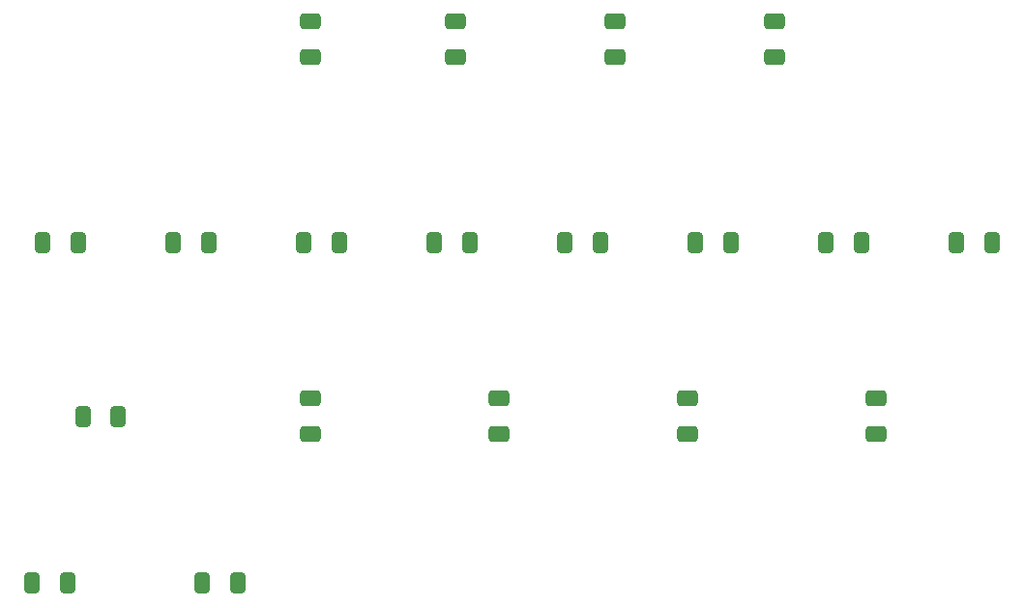
<source format=gbr>
%TF.GenerationSoftware,KiCad,Pcbnew,6.0.6-3a73a75311~116~ubuntu20.04.1*%
%TF.CreationDate,2022-06-25T17:28:11-07:00*%
%TF.ProjectId,RegisterFile,52656769-7374-4657-9246-696c652e6b69,rev?*%
%TF.SameCoordinates,Original*%
%TF.FileFunction,Paste,Bot*%
%TF.FilePolarity,Positive*%
%FSLAX46Y46*%
G04 Gerber Fmt 4.6, Leading zero omitted, Abs format (unit mm)*
G04 Created by KiCad (PCBNEW 6.0.6-3a73a75311~116~ubuntu20.04.1) date 2022-06-25 17:28:11*
%MOMM*%
%LPD*%
G01*
G04 APERTURE LIST*
G04 Aperture macros list*
%AMRoundRect*
0 Rectangle with rounded corners*
0 $1 Rounding radius*
0 $2 $3 $4 $5 $6 $7 $8 $9 X,Y pos of 4 corners*
0 Add a 4 corners polygon primitive as box body*
4,1,4,$2,$3,$4,$5,$6,$7,$8,$9,$2,$3,0*
0 Add four circle primitives for the rounded corners*
1,1,$1+$1,$2,$3*
1,1,$1+$1,$4,$5*
1,1,$1+$1,$6,$7*
1,1,$1+$1,$8,$9*
0 Add four rect primitives between the rounded corners*
20,1,$1+$1,$2,$3,$4,$5,0*
20,1,$1+$1,$4,$5,$6,$7,0*
20,1,$1+$1,$6,$7,$8,$9,0*
20,1,$1+$1,$8,$9,$2,$3,0*%
G04 Aperture macros list end*
%ADD10RoundRect,0.250000X-0.412500X-0.650000X0.412500X-0.650000X0.412500X0.650000X-0.412500X0.650000X0*%
%ADD11RoundRect,0.250000X-0.650000X0.412500X-0.650000X-0.412500X0.650000X-0.412500X0.650000X0.412500X0*%
%ADD12RoundRect,0.250000X0.412500X0.650000X-0.412500X0.650000X-0.412500X-0.650000X0.412500X-0.650000X0*%
G04 APERTURE END LIST*
D10*
%TO.C,C6*%
X158115000Y-88900000D03*
X161240000Y-88900000D03*
%TD*%
D11*
%TO.C,C13*%
X124460000Y-69557500D03*
X124460000Y-72682500D03*
%TD*%
D10*
%TO.C,C3*%
X123825000Y-88900000D03*
X126950000Y-88900000D03*
%TD*%
%TO.C,C4*%
X135255000Y-88900000D03*
X138380000Y-88900000D03*
%TD*%
%TO.C,C5*%
X146685000Y-88900000D03*
X149810000Y-88900000D03*
%TD*%
%TO.C,C19*%
X114935000Y-118745000D03*
X118060000Y-118745000D03*
%TD*%
D11*
%TO.C,C14*%
X137160000Y-69557500D03*
X137160000Y-72682500D03*
%TD*%
D10*
%TO.C,C1*%
X100965000Y-88900000D03*
X104090000Y-88900000D03*
%TD*%
%TO.C,C2*%
X112395000Y-88900000D03*
X115520000Y-88900000D03*
%TD*%
D12*
%TO.C,C18*%
X103162500Y-118745000D03*
X100037500Y-118745000D03*
%TD*%
D11*
%TO.C,C11*%
X157480000Y-102577500D03*
X157480000Y-105702500D03*
%TD*%
D10*
%TO.C,C7*%
X169545000Y-88900000D03*
X172670000Y-88900000D03*
%TD*%
D11*
%TO.C,C9*%
X124460000Y-102577500D03*
X124460000Y-105702500D03*
%TD*%
D10*
%TO.C,C8*%
X180975000Y-88900000D03*
X184100000Y-88900000D03*
%TD*%
D11*
%TO.C,C12*%
X173990000Y-102577500D03*
X173990000Y-105702500D03*
%TD*%
%TO.C,C16*%
X165100000Y-69557500D03*
X165100000Y-72682500D03*
%TD*%
%TO.C,C15*%
X151130000Y-69557500D03*
X151130000Y-72682500D03*
%TD*%
%TO.C,C10*%
X140970000Y-102577500D03*
X140970000Y-105702500D03*
%TD*%
D10*
%TO.C,C17*%
X104482500Y-104140000D03*
X107607500Y-104140000D03*
%TD*%
M02*

</source>
